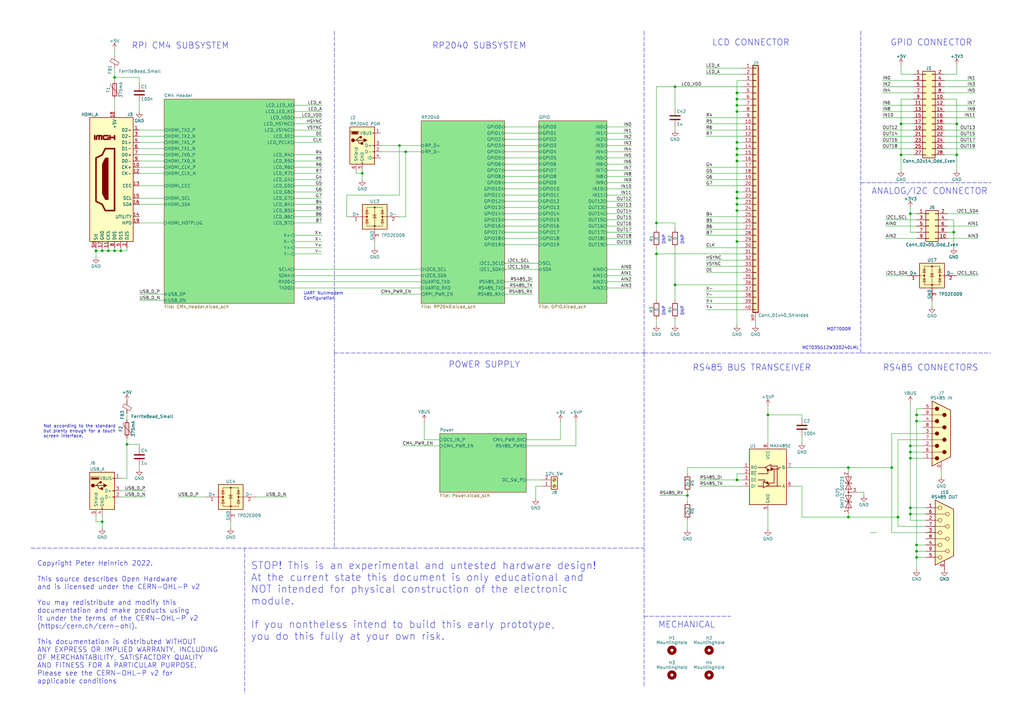
<source format=kicad_sch>
(kicad_sch (version 20211123) (generator eeschema)
  (paper "A3")
  (title_block (title "FlightSimController") (date "2022-12-05") (rev "A") (company "https://github.com/peterheinrich/FlightSimController") (comment 4 "License: CERN-OHL-P v2"))
  (junction (at 347.98 212.09))
  (junction (at 276.86 35.56))
  (junction (at 373.38 208.28))
  (junction (at 302.26 83.82))
  (junction (at 314.96 170.18))
  (junction (at 302.26 86.36))
  (junction (at 369.57 63.5))
  (junction (at 302.26 196.85))
  (junction (at 166.37 62.23))
  (junction (at 148.59 71.12))
  (junction (at 375.92 223.52))
  (junction (at 391.16 95.25))
  (junction (at 281.94 203.2))
  (junction (at 46.99 31.75))
  (junction (at 302.26 66.04))
  (junction (at 269.24 104.14))
  (junction (at 375.92 228.6))
  (junction (at 373.38 185.42))
  (junction (at 46.99 102.87))
  (junction (at 302.26 58.42))
  (junction (at 365.76 191.77))
  (junction (at 49.53 102.87))
  (junction (at 302.26 40.64))
  (junction (at 302.26 78.74))
  (junction (at 163.83 59.69))
  (junction (at 276.86 116.84))
  (junction (at 302.26 38.1))
  (junction (at 392.43 50.8))
  (junction (at 369.57 50.8))
  (junction (at 302.26 99.06))
  (junction (at 302.26 81.28))
  (junction (at 302.26 45.72))
  (junction (at 373.38 87.63))
  (junction (at 41.91 213.995))
  (junction (at 39.37 102.87))
  (junction (at 375.92 172.72))
  (junction (at 302.26 60.96))
  (junction (at 373.38 210.82))
  (junction (at 52.07 182.245))
  (junction (at 44.45 102.87))
  (junction (at 41.91 102.87))
  (junction (at 368.3 212.09))
  (junction (at 269.24 91.44))
  (junction (at 375.92 226.06))
  (junction (at 302.26 63.5))
  (junction (at 375.92 170.18))
  (junction (at 347.98 191.77))
  (junction (at 373.38 182.88))
  (junction (at 302.26 43.18))
  (junction (at 392.43 63.5))
  (junction (at 373.38 187.96))
  (wire (pts (xy 314.96 170.18) (xy 328.93 170.18)))
  (wire (pts (xy 248.92 72.39) (xy 259.08 72.39)))
  (wire (pts (xy 392.43 113.03) (xy 401.32 113.03)))
  (wire (pts (xy 373.38 187.96) (xy 373.38 185.42)))
  (wire (pts (xy 49.53 102.87) (xy 52.07 102.87)))
  (wire (pts (xy 375.92 228.6) (xy 379.73 228.6)))
  (wire (pts (xy 363.22 90.17) (xy 375.92 90.17)))
  (wire (pts (xy 57.15 123.19) (xy 67.31 123.19)))
  (wire (pts (xy 207.01 95.25) (xy 220.98 95.25)))
  (wire (pts (xy 156.21 59.69) (xy 163.83 59.69)))
  (wire (pts (xy 302.26 43.18) (xy 304.8 43.18)))
  (wire (pts (xy 156.21 62.23) (xy 166.37 62.23)))
  (wire (pts (xy 368.3 180.34) (xy 368.3 212.09)))
  (wire (pts (xy 248.92 110.49) (xy 259.08 110.49)))
  (wire (pts (xy 166.37 88.9) (xy 166.37 62.23)))
  (polyline (pts (xy 137.16 224.79) (xy 264.16 224.79)))
  (wire (pts (xy 146.05 71.12) (xy 146.05 69.85)))
  (wire (pts (xy 302.26 83.82) (xy 304.8 83.82)))
  (wire (pts (xy 120.65 71.12) (xy 132.08 71.12)))
  (wire (pts (xy 363.22 97.79) (xy 375.92 97.79)))
  (wire (pts (xy 166.37 62.23) (xy 172.72 62.23)))
  (wire (pts (xy 269.24 93.98) (xy 269.24 91.44)))
  (wire (pts (xy 375.92 170.18) (xy 375.92 172.72)))
  (wire (pts (xy 207.01 59.69) (xy 220.98 59.69)))
  (wire (pts (xy 289.56 53.34) (xy 304.8 53.34)))
  (wire (pts (xy 302.26 78.74) (xy 302.26 81.28)))
  (wire (pts (xy 120.65 76.2) (xy 132.08 76.2)))
  (wire (pts (xy 57.15 55.88) (xy 67.31 55.88)))
  (wire (pts (xy 39.37 102.87) (xy 39.37 105.41)))
  (wire (pts (xy 236.22 182.88) (xy 215.9 182.88)))
  (wire (pts (xy 207.01 72.39) (xy 220.98 72.39)))
  (wire (pts (xy 207.01 74.93) (xy 220.98 74.93)))
  (wire (pts (xy 314.96 209.55) (xy 314.96 217.17)))
  (wire (pts (xy 401.32 87.63) (xy 388.62 87.63)))
  (wire (pts (xy 287.02 199.39) (xy 304.8 199.39)))
  (wire (pts (xy 276.86 35.56) (xy 304.8 35.56)))
  (wire (pts (xy 248.92 92.71) (xy 259.08 92.71)))
  (wire (pts (xy 373.38 87.63) (xy 373.38 95.25)))
  (wire (pts (xy 289.56 96.52) (xy 304.8 96.52)))
  (wire (pts (xy 57.15 71.12) (xy 67.31 71.12)))
  (wire (pts (xy 302.26 33.02) (xy 302.26 38.1)))
  (wire (pts (xy 248.92 69.85) (xy 259.08 69.85)))
  (wire (pts (xy 356.87 218.44) (xy 359.41 218.44)))
  (wire (pts (xy 163.83 59.69) (xy 172.72 59.69)))
  (wire (pts (xy 248.92 82.55) (xy 259.08 82.55)))
  (wire (pts (xy 52.07 182.245) (xy 57.15 182.245)))
  (wire (pts (xy 207.01 62.23) (xy 220.98 62.23)))
  (wire (pts (xy 375.92 87.63) (xy 373.38 87.63)))
  (wire (pts (xy 347.98 191.77) (xy 347.98 193.04)))
  (wire (pts (xy 52.07 182.245) (xy 52.07 179.705)))
  (wire (pts (xy 388.62 95.25) (xy 391.16 95.25)))
  (wire (pts (xy 120.65 48.26) (xy 132.08 48.26)))
  (polyline (pts (xy 353.06 74.93) (xy 406.4 74.93)))
  (wire (pts (xy 387.35 50.8) (xy 392.43 50.8)))
  (wire (pts (xy 248.92 97.79) (xy 259.08 97.79)))
  (wire (pts (xy 392.43 30.48) (xy 387.35 30.48)))
  (wire (pts (xy 222.25 199.39) (xy 219.71 199.39)))
  (wire (pts (xy 289.56 55.88) (xy 304.8 55.88)))
  (wire (pts (xy 46.99 102.87) (xy 46.99 101.6)))
  (wire (pts (xy 391.16 90.17) (xy 391.16 95.25)))
  (wire (pts (xy 387.35 55.88) (xy 400.05 55.88)))
  (wire (pts (xy 207.01 54.61) (xy 220.98 54.61)))
  (wire (pts (xy 373.38 185.42) (xy 378.46 185.42)))
  (wire (pts (xy 378.46 177.8) (xy 365.76 177.8)))
  (wire (pts (xy 375.92 228.6) (xy 375.92 233.68)))
  (wire (pts (xy 270.51 203.2) (xy 281.94 203.2)))
  (wire (pts (xy 302.26 194.31) (xy 302.26 196.85)))
  (wire (pts (xy 269.24 104.14) (xy 269.24 123.19)))
  (wire (pts (xy 375.92 172.72) (xy 375.92 223.52)))
  (wire (pts (xy 46.99 33.02) (xy 46.99 31.75)))
  (wire (pts (xy 120.65 110.49) (xy 172.72 110.49)))
  (wire (pts (xy 120.65 73.66) (xy 132.08 73.66)))
  (wire (pts (xy 369.57 63.5) (xy 374.65 63.5)))
  (wire (pts (xy 104.775 203.835) (xy 117.475 203.835)))
  (wire (pts (xy 120.65 101.6) (xy 132.08 101.6)))
  (polyline (pts (xy 137.16 144.78) (xy 137.16 224.79)))
  (wire (pts (xy 248.92 67.31) (xy 259.08 67.31)))
  (wire (pts (xy 302.26 45.72) (xy 302.26 58.42)))
  (polyline (pts (xy 264.16 252.73) (xy 299.72 252.73)))
  (wire (pts (xy 361.95 43.18) (xy 374.65 43.18)))
  (wire (pts (xy 392.43 40.64) (xy 392.43 50.8)))
  (polyline (pts (xy 137.16 12.7) (xy 137.16 144.78)))
  (wire (pts (xy 59.69 201.295) (xy 49.53 201.295)))
  (wire (pts (xy 281.94 203.2) (xy 281.94 205.74)))
  (wire (pts (xy 57.15 66.04) (xy 67.31 66.04)))
  (wire (pts (xy 120.65 86.36) (xy 132.08 86.36)))
  (wire (pts (xy 374.65 48.26) (xy 361.95 48.26)))
  (wire (pts (xy 314.96 170.18) (xy 314.96 181.61)))
  (wire (pts (xy 373.38 182.88) (xy 373.38 185.42)))
  (wire (pts (xy 57.15 81.28) (xy 67.31 81.28)))
  (wire (pts (xy 373.38 210.82) (xy 379.73 210.82)))
  (wire (pts (xy 142.24 88.9) (xy 142.24 80.01)))
  (wire (pts (xy 387.35 53.34) (xy 400.05 53.34)))
  (wire (pts (xy 289.56 50.8) (xy 304.8 50.8)))
  (wire (pts (xy 276.86 35.56) (xy 276.86 44.45)))
  (wire (pts (xy 354.33 201.93) (xy 354.33 203.2)))
  (wire (pts (xy 248.92 87.63) (xy 259.08 87.63)))
  (wire (pts (xy 248.92 100.33) (xy 259.08 100.33)))
  (wire (pts (xy 302.26 60.96) (xy 302.26 63.5)))
  (wire (pts (xy 289.56 68.58) (xy 304.8 68.58)))
  (wire (pts (xy 373.38 208.28) (xy 379.73 208.28)))
  (wire (pts (xy 369.57 69.85) (xy 369.57 63.5)))
  (wire (pts (xy 44.45 102.87) (xy 44.45 101.6)))
  (wire (pts (xy 328.93 179.07) (xy 328.93 181.61)))
  (wire (pts (xy 276.86 130.81) (xy 276.86 133.35)))
  (wire (pts (xy 302.26 99.06) (xy 304.8 99.06)))
  (wire (pts (xy 391.16 95.25) (xy 391.16 101.6)))
  (wire (pts (xy 207.01 120.65) (xy 218.44 120.65)))
  (wire (pts (xy 289.56 121.92) (xy 304.8 121.92)))
  (wire (pts (xy 373.38 213.36) (xy 373.38 210.82)))
  (wire (pts (xy 289.56 119.38) (xy 304.8 119.38)))
  (polyline (pts (xy 264.16 144.78) (xy 264.16 281.94)))
  (wire (pts (xy 248.92 74.93) (xy 259.08 74.93)))
  (wire (pts (xy 120.65 118.11) (xy 172.72 118.11)))
  (wire (pts (xy 173.99 180.34) (xy 180.34 180.34)))
  (wire (pts (xy 374.65 30.48) (xy 369.57 30.48)))
  (wire (pts (xy 46.99 102.87) (xy 49.53 102.87)))
  (wire (pts (xy 276.86 116.84) (xy 276.86 123.19)))
  (wire (pts (xy 369.57 30.48) (xy 369.57 26.67)))
  (wire (pts (xy 248.92 62.23) (xy 259.08 62.23)))
  (polyline (pts (xy 100.33 224.79) (xy 100.33 284.48)))
  (wire (pts (xy 165.1 182.88) (xy 180.34 182.88)))
  (wire (pts (xy 207.01 87.63) (xy 220.98 87.63)))
  (wire (pts (xy 41.91 213.995) (xy 41.91 216.535)))
  (wire (pts (xy 302.26 60.96) (xy 304.8 60.96)))
  (wire (pts (xy 373.38 87.63) (xy 373.38 85.09)))
  (wire (pts (xy 120.65 55.88) (xy 132.08 55.88)))
  (wire (pts (xy 363.22 113.03) (xy 372.11 113.03)))
  (wire (pts (xy 207.01 97.79) (xy 220.98 97.79)))
  (wire (pts (xy 148.59 69.85) (xy 148.59 71.12)))
  (wire (pts (xy 289.56 27.94) (xy 304.8 27.94)))
  (wire (pts (xy 289.56 101.6) (xy 304.8 101.6)))
  (wire (pts (xy 207.01 77.47) (xy 220.98 77.47)))
  (wire (pts (xy 302.26 99.06) (xy 302.26 133.35)))
  (wire (pts (xy 52.07 196.215) (xy 52.07 182.245)))
  (wire (pts (xy 248.92 80.01) (xy 259.08 80.01)))
  (wire (pts (xy 46.99 20.32) (xy 46.99 22.86)))
  (wire (pts (xy 382.27 123.19) (xy 382.27 125.73)))
  (wire (pts (xy 375.92 226.06) (xy 379.73 226.06)))
  (polyline (pts (xy 353.06 12.7) (xy 353.06 144.78)))
  (wire (pts (xy 302.26 78.74) (xy 304.8 78.74)))
  (wire (pts (xy 392.43 69.85) (xy 392.43 63.5)))
  (wire (pts (xy 46.99 27.94) (xy 46.99 31.75)))
  (wire (pts (xy 120.65 96.52) (xy 132.08 96.52)))
  (wire (pts (xy 57.15 53.34) (xy 67.31 53.34)))
  (wire (pts (xy 328.93 212.09) (xy 347.98 212.09)))
  (wire (pts (xy 207.01 82.55) (xy 220.98 82.55)))
  (wire (pts (xy 248.92 118.11) (xy 259.08 118.11)))
  (wire (pts (xy 302.26 83.82) (xy 302.26 86.36)))
  (wire (pts (xy 207.01 110.49) (xy 220.98 110.49)))
  (wire (pts (xy 269.24 104.14) (xy 304.8 104.14)))
  (wire (pts (xy 392.43 26.67) (xy 392.43 30.48)))
  (wire (pts (xy 248.92 77.47) (xy 259.08 77.47)))
  (wire (pts (xy 120.65 63.5) (xy 132.08 63.5)))
  (wire (pts (xy 378.46 167.64) (xy 375.92 167.64)))
  (wire (pts (xy 41.91 102.87) (xy 41.91 101.6)))
  (wire (pts (xy 46.99 31.75) (xy 57.15 31.75)))
  (wire (pts (xy 302.26 63.5) (xy 304.8 63.5)))
  (wire (pts (xy 289.56 76.2) (xy 304.8 76.2)))
  (polyline (pts (xy 137.16 144.78) (xy 264.16 144.78)))
  (wire (pts (xy 269.24 91.44) (xy 276.86 91.44)))
  (wire (pts (xy 39.37 213.995) (xy 39.37 211.455)))
  (wire (pts (xy 289.56 48.26) (xy 304.8 48.26)))
  (wire (pts (xy 207.01 80.01) (xy 220.98 80.01)))
  (wire (pts (xy 373.38 208.28) (xy 373.38 187.96)))
  (wire (pts (xy 373.38 210.82) (xy 373.38 208.28)))
  (wire (pts (xy 207.01 64.77) (xy 220.98 64.77)))
  (wire (pts (xy 375.92 223.52) (xy 379.73 223.52)))
  (wire (pts (xy 387.35 48.26) (xy 400.05 48.26)))
  (wire (pts (xy 375.92 172.72) (xy 378.46 172.72)))
  (wire (pts (xy 49.53 102.87) (xy 49.53 101.6)))
  (wire (pts (xy 361.95 35.56) (xy 374.65 35.56)))
  (wire (pts (xy 120.65 91.44) (xy 132.08 91.44)))
  (wire (pts (xy 207.01 67.31) (xy 220.98 67.31)))
  (wire (pts (xy 373.38 165.1) (xy 373.38 182.88)))
  (wire (pts (xy 361.95 38.1) (xy 374.65 38.1)))
  (wire (pts (xy 302.26 66.04) (xy 304.8 66.04)))
  (wire (pts (xy 369.57 63.5) (xy 369.57 50.8)))
  (wire (pts (xy 375.92 167.64) (xy 375.92 170.18)))
  (wire (pts (xy 120.65 88.9) (xy 132.08 88.9)))
  (wire (pts (xy 302.26 196.85) (xy 304.8 196.85)))
  (wire (pts (xy 347.98 212.09) (xy 368.3 212.09)))
  (wire (pts (xy 276.86 52.07) (xy 276.86 53.34)))
  (wire (pts (xy 276.86 101.6) (xy 276.86 116.84)))
  (polyline (pts (xy 12.7 224.79) (xy 137.16 224.79)))
  (wire (pts (xy 57.15 63.5) (xy 67.31 63.5)))
  (wire (pts (xy 57.15 31.75) (xy 57.15 34.29)))
  (wire (pts (xy 163.83 88.9) (xy 166.37 88.9)))
  (wire (pts (xy 248.92 115.57) (xy 259.08 115.57)))
  (wire (pts (xy 120.65 68.58) (xy 132.08 68.58)))
  (wire (pts (xy 361.95 45.72) (xy 374.65 45.72)))
  (wire (pts (xy 46.99 40.64) (xy 46.99 45.72)))
  (wire (pts (xy 120.65 99.06) (xy 132.08 99.06)))
  (wire (pts (xy 401.32 92.71) (xy 388.62 92.71)))
  (wire (pts (xy 289.56 127) (xy 304.8 127)))
  (wire (pts (xy 302.26 63.5) (xy 302.26 66.04)))
  (wire (pts (xy 281.94 191.77) (xy 304.8 191.77)))
  (wire (pts (xy 373.38 182.88) (xy 378.46 182.88)))
  (wire (pts (xy 57.15 191.135) (xy 57.15 192.405)))
  (wire (pts (xy 392.43 63.5) (xy 387.35 63.5)))
  (wire (pts (xy 120.65 53.34) (xy 132.08 53.34)))
  (wire (pts (xy 375.92 223.52) (xy 375.92 226.06)))
  (wire (pts (xy 57.15 41.91) (xy 57.15 45.72)))
  (wire (pts (xy 314.96 166.37) (xy 314.96 170.18)))
  (wire (pts (xy 387.35 58.42) (xy 400.05 58.42)))
  (wire (pts (xy 365.76 191.77) (xy 365.76 218.44)))
  (wire (pts (xy 248.92 95.25) (xy 259.08 95.25)))
  (wire (pts (xy 302.26 81.28) (xy 302.26 83.82)))
  (wire (pts (xy 67.31 120.65) (xy 57.15 120.65)))
  (wire (pts (xy 207.01 100.33) (xy 220.98 100.33)))
  (wire (pts (xy 387.35 43.18) (xy 400.05 43.18)))
  (wire (pts (xy 386.08 193.04) (xy 386.08 195.58)))
  (wire (pts (xy 328.93 199.39) (xy 328.93 212.09)))
  (wire (pts (xy 304.8 33.02) (xy 302.26 33.02)))
  (wire (pts (xy 41.91 211.455) (xy 41.91 213.995)))
  (wire (pts (xy 361.95 33.02) (xy 374.65 33.02)))
  (wire (pts (xy 276.86 93.98) (xy 276.86 91.44)))
  (wire (pts (xy 248.92 57.15) (xy 259.08 57.15)))
  (wire (pts (xy 289.56 88.9) (xy 304.8 88.9)))
  (polyline (pts (xy 264.16 12.7) (xy 264.16 144.78)))
  (wire (pts (xy 392.43 50.8) (xy 392.43 63.5)))
  (wire (pts (xy 44.45 102.87) (xy 46.99 102.87)))
  (wire (pts (xy 57.15 58.42) (xy 67.31 58.42)))
  (wire (pts (xy 276.86 116.84) (xy 304.8 116.84)))
  (wire (pts (xy 41.91 213.995) (xy 39.37 213.995)))
  (wire (pts (xy 219.71 199.39) (xy 219.71 204.47)))
  (wire (pts (xy 269.24 91.44) (xy 269.24 35.56)))
  (wire (pts (xy 387.35 33.02) (xy 400.05 33.02)))
  (wire (pts (xy 215.9 180.34) (xy 229.87 180.34)))
  (wire (pts (xy 289.56 71.12) (xy 304.8 71.12)))
  (wire (pts (xy 120.65 83.82) (xy 132.08 83.82)))
  (wire (pts (xy 248.92 54.61) (xy 259.08 54.61)))
  (wire (pts (xy 236.22 172.72) (xy 236.22 182.88)))
  (wire (pts (xy 375.92 226.06) (xy 375.92 228.6)))
  (wire (pts (xy 302.26 45.72) (xy 304.8 45.72)))
  (wire (pts (xy 387.35 35.56) (xy 400.05 35.56)))
  (wire (pts (xy 379.73 215.9) (xy 368.3 215.9)))
  (wire (pts (xy 57.15 91.44) (xy 67.31 91.44)))
  (wire (pts (xy 207.01 107.95) (xy 220.98 107.95)))
  (wire (pts (xy 365.76 218.44) (xy 379.73 218.44)))
  (wire (pts (xy 120.65 45.72) (xy 132.08 45.72)))
  (wire (pts (xy 368.3 212.09) (xy 368.3 215.9)))
  (wire (pts (xy 207.01 69.85) (xy 220.98 69.85)))
  (wire (pts (xy 281.94 201.93) (xy 281.94 203.2)))
  (wire (pts (xy 302.26 86.36) (xy 304.8 86.36)))
  (wire (pts (xy 281.94 213.36) (xy 281.94 217.17)))
  (wire (pts (xy 148.59 71.12) (xy 146.05 71.12)))
  (wire (pts (xy 49.53 196.215) (xy 52.07 196.215)))
  (polyline (pts (xy 264.16 144.78) (xy 406.4 144.78)))
  (wire (pts (xy 73.025 203.835) (xy 84.455 203.835)))
  (wire (pts (xy 248.92 64.77) (xy 259.08 64.77)))
  (wire (pts (xy 302.26 38.1) (xy 304.8 38.1)))
  (wire (pts (xy 289.56 91.44) (xy 304.8 91.44)))
  (wire (pts (xy 120.65 43.18) (xy 132.08 43.18)))
  (wire (pts (xy 289.56 30.48) (xy 304.8 30.48)))
  (wire (pts (xy 120.65 81.28) (xy 132.08 81.28)))
  (wire (pts (xy 363.22 92.71) (xy 375.92 92.71)))
  (wire (pts (xy 369.57 50.8) (xy 369.57 40.64)))
  (wire (pts (xy 57.15 68.58) (xy 67.31 68.58)))
  (wire (pts (xy 120.65 66.04) (xy 132.08 66.04)))
  (wire (pts (xy 156.21 120.65) (xy 172.72 120.65)))
  (wire (pts (xy 351.79 201.93) (xy 354.33 201.93)))
  (wire (pts (xy 163.83 59.69) (xy 163.83 80.01)))
  (wire (pts (xy 302.26 38.1) (xy 302.26 40.64)))
  (wire (pts (xy 57.15 83.82) (xy 67.31 83.82)))
  (wire (pts (xy 369.57 50.8) (xy 374.65 50.8)))
  (wire (pts (xy 289.56 111.76) (xy 304.8 111.76)))
  (wire (pts (xy 289.56 93.98) (xy 304.8 93.98)))
  (wire (pts (xy 379.73 213.36) (xy 373.38 213.36)))
  (wire (pts (xy 302.26 66.04) (xy 302.26 78.74)))
  (wire (pts (xy 368.3 180.34) (xy 378.46 180.34)))
  (wire (pts (xy 374.65 55.88) (xy 361.95 55.88)))
  (wire (pts (xy 215.9 196.85) (xy 222.25 196.85)))
  (wire (pts (xy 269.24 101.6) (xy 269.24 104.14)))
  (wire (pts (xy 248.92 90.17) (xy 259.08 90.17)))
  (wire (pts (xy 57.15 76.2) (xy 67.31 76.2)))
  (wire (pts (xy 281.94 194.31) (xy 281.94 191.77)))
  (wire (pts (xy 173.99 172.72) (xy 173.99 180.34)))
  (wire (pts (xy 269.24 130.81) (xy 269.24 133.35)))
  (wire (pts (xy 373.38 187.96) (xy 378.46 187.96)))
  (wire (pts (xy 387.35 60.96) (xy 400.05 60.96)))
  (wire (pts (xy 387.35 45.72) (xy 400.05 45.72)))
  (wire (pts (xy 248.92 52.07) (xy 259.08 52.07)))
  (wire (pts (xy 302.26 40.64) (xy 304.8 40.64)))
  (wire (pts (xy 289.56 106.68) (xy 304.8 106.68)))
  (wire (pts (xy 289.56 109.22) (xy 304.8 109.22)))
  (wire (pts (xy 207.01 85.09) (xy 220.98 85.09)))
  (wire (pts (xy 387.35 40.64) (xy 392.43 40.64)))
  (wire (pts (xy 304.8 194.31) (xy 302.26 194.31)))
  (wire (pts (xy 287.02 196.85) (xy 302.26 196.85)))
  (wire (pts (xy 369.57 40.64) (xy 374.65 40.64)))
  (wire (pts (xy 148.59 71.12) (xy 148.59 73.66)))
  (wire (pts (xy 248.92 59.69) (xy 259.08 59.69)))
  (wire (pts (xy 374.65 58.42) (xy 361.95 58.42)))
  (wire (pts (xy 120.65 78.74) (xy 132.08 78.74)))
  (wire (pts (xy 387.35 38.1) (xy 400.05 38.1)))
  (wire (pts (xy 347.98 210.82) (xy 347.98 212.09)))
  (wire (pts (xy 153.67 99.06) (xy 153.67 101.6)))
  (wire (pts (xy 120.65 58.42) (xy 132.08 58.42)))
  (wire (pts (xy 120.65 115.57) (xy 172.72 115.57)))
  (wire (pts (xy 120.65 50.8) (xy 132.08 50.8)))
  (wire (pts (xy 289.56 73.66) (xy 304.8 73.66)))
  (wire (pts (xy 325.12 199.39) (xy 328.93 199.39)))
  (wire (pts (xy 365.76 177.8) (xy 365.76 191.77)))
  (wire (pts (xy 207.01 118.11) (xy 218.44 118.11)))
  (wire (pts (xy 207.01 90.17) (xy 220.98 90.17)))
  (wire (pts (xy 52.07 169.545) (xy 52.07 172.085)))
  (wire (pts (xy 142.24 80.01) (xy 163.83 80.01)))
  (wire (pts (xy 207.01 57.15) (xy 220.98 57.15)))
  (wire (pts (xy 120.65 113.03) (xy 172.72 113.03)))
  (wire (pts (xy 52.07 102.87) (xy 52.07 101.6)))
  (wire (pts (xy 302.26 43.18) (xy 302.26 45.72)))
  (wire (pts (xy 391.16 90.17) (xy 388.62 90.17)))
  (wire (pts (xy 207.01 52.07) (xy 220.98 52.07)))
  (wire (pts (xy 143.51 88.9) (xy 142.24 88.9)))
  (wire (pts (xy 347.98 191.77) (xy 365.76 191.77)))
  (wire (pts (xy 302.26 40.64) (xy 302.26 43.18)))
  (wire (pts (xy 39.37 101.6) (xy 39.37 102.87)))
  (wire (pts (xy 373.38 95.25) (xy 375.92 95.25)))
  (wire (pts (xy 248.92 113.03) (xy 259.08 113.03)))
  (wire (pts (xy 94.615 213.995) (xy 94.615 216.535)))
  (wire (pts (xy 49.53 203.835) (xy 59.69 203.835)))
  (wire (pts (xy 57.15 182.245) (xy 57.15 183.515)))
  (wire (pts (xy 57.15 60.96) (xy 67.31 60.96)))
  (wire (pts (xy 309.88 132.08) (xy 309.88 133.35)))
  (wire (pts (xy 289.56 124.46) (xy 304.8 124.46)))
  (wire (pts (xy 401.32 97.79) (xy 388.62 97.79)))
  (wire (pts (xy 302.26 58.42) (xy 304.8 58.42)))
  (wire (pts (xy 375.92 170.18) (xy 378.46 170.18)))
  (wire (pts (xy 269.24 35.56) (xy 276.86 35.56)))
  (wire (pts (xy 229.87 172.72) (xy 229.87 180.34)))
  (wire (pts (xy 302.26 81.28) (xy 304.8 81.28)))
  (wire (pts (xy 361.95 60.96) (xy 374.65 60.96)))
  (wire (pts (xy 361.95 53.34) (xy 374.65 53.34)))
  (wire (pts (xy 41.91 102.87) (xy 44.45 102.87)))
  (wire (pts (xy 207.01 92.71) (xy 220.98 92.71)))
  (wire (pts (xy 302.26 86.36) (xy 302.26 99.06)))
  (wire (pts (xy 207.01 115.57) (xy 218.44 115.57)))
  (wire (pts (xy 39.37 102.87) (xy 41.91 102.87)))
  (wire (pts (xy 302.26 58.42) (xy 302.26 60.96)))
  (wire (pts (xy 325.12 191.77) (xy 347.98 191.77)))
  (wire (pts (xy 120.65 104.14) (xy 132.08 104.14)))
  (wire (pts (xy 248.92 85.09) (xy 259.08 85.09)))
  (wire (pts (xy 328.93 171.45) (xy 328.93 170.18)))
  (text "UART Nullmodem\nConfiguration" (at 124.46 123.19 0) (effects (font (size 1.27 1.27)) (justify left bottom)))
  (text "DNP" (at 280.67 129.54 90) (effects (font (size 1.27 1.27)) (justify left bottom)))
  (text "DNP" (at 280.67 100.33 90) (effects (font (size 1.27 1.27)) (justify left bottom)))
  (text "RPI CM4 SUBSYSTEM" (at 93.98 20.32 180) (effects (font (size 2.54 2.54)) (justify right bottom)))
  (text "MCT035G12W320240LML" (at 328.93 143.51 0) (effects (font (size 1.27 1.27)) (justify left bottom)))
  (text "LCD CONNECTOR" (at 323.85 19.05 180) (effects (font (size 2.54 2.54)) (justify right bottom)))
  (text "GPIO CONNECTOR" (at 398.78 19.05 180) (effects (font (size 2.54 2.54)) (justify right bottom)))
  (text "POWER SUPPLY" (at 213.36 151.13 180) (effects (font (size 2.54 2.54)) (justify right bottom)))
  (text "DNP" (at 273.05 100.33 90) (effects (font (size 1.27 1.27)) (justify left bottom)))
  (text "Not according to the standard\nbut plenty enough for a touch\nscreen interface." (at 17.78 179.705 0) (effects (font (size 1.27 1.27)) (justify left bottom)))
  (text "Copyright Peter Heinrich 2022.\n\nThis source describes Open Hardware \nand is licensed under the CERN-OHL-P v2\n\nYou may redistribute and modify this\ndocumentation and make products using\nit under the terms of the CERN-OHL-P v2\n(https:/cern.ch/cern-ohl). \n\nThis documentation is distributed WITHOUT \nANY EXPRESS OR IMPLIED WARRANTY, INCLUDING \nOF MERCHANTABILITY, SATISFACTORY QUALITY \nAND FITNESS FOR A PARTICULAR PURPOSE. \nPlease see the CERN-OHL-P v2 for \napplicable conditions" (at 15.24 280.67 0) (effects (font (size 2 2)) (justify left bottom)))
  (text "RS485 CONNECTORS" (at 401.32 152.4 180) (effects (font (size 2.54 2.54)) (justify right bottom)))
  (text "MDT7000R" (at 339.09 135.89 0) (effects (font (size 1.27 1.27)) (justify left bottom)))
  (text "MECHANICAL" (at 293.37 257.81 180) (effects (font (size 2.54 2.54)) (justify right bottom)))
  (text "ANALOG/I2C CONNECTOR" (at 405.13 80.01 180) (effects (font (size 2.54 2.54)) (justify right bottom)))
  (text "RS485 BUS TRANSCEIVER" (at 332.74 152.4 180) (effects (font (size 2.54 2.54)) (justify right bottom)))
  (text "RP2040 SUBSYSTEM" (at 215.9 20.32 180) (effects (font (size 2.54 2.54)) (justify right bottom)))
  (text "DNP" (at 273.05 129.54 90) (effects (font (size 1.27 1.27)) (justify left bottom)))
  (text "STOP! This is an experimental and untested hardware design!\nAt the current state this document is only educational and\nNOT intended for physical construction of the electronic\nmodule.\n\nIf you nontheless intend to build this early prototype, \nyou do this fully at your own risk." (at 102.87 262.89 0) (effects (font (size 3 3)) (justify left bottom)))
  (label "CLK" (at 289.56 101.6 0))
  (label "R7" (at 289.56 55.88 0))
  (label "USB_D_P" (at 57.15 120.65 0))
  (label "IN10" (at 361.95 48.26 0))
  (label "IN5" (at 259.08 64.77 180))
  (label "DE" (at 132.08 55.88 180))
  (label "IN4" (at 259.08 62.23 180))
  (label "IN3" (at 259.08 59.69 180))
  (label "HSYNC" (at 289.56 106.68 0))
  (label "IN0" (at 361.95 33.02 0))
  (label "USB_D_N" (at 59.69 203.835 180))
  (label "DE" (at 289.56 111.76 0))
  (label "CM4_PWR_EN" (at 165.1 182.88 0))
  (label "OUT16" (at 259.08 92.71 180))
  (label "IN8" (at 259.08 72.39 180))
  (label "LED_A" (at 289.56 30.48 0))
  (label "AIN0" (at 259.08 110.49 180))
  (label "CM4_PWR_EN" (at 156.21 120.65 0))
  (label "B6" (at 132.08 88.9 180))
  (label "OUT17" (at 259.08 95.25 180))
  (label "IN2" (at 361.95 35.56 0))
  (label "IN7" (at 259.08 69.85 180))
  (label "X-" (at 132.08 99.06 180))
  (label "OUT15" (at 400.05 55.88 180))
  (label "G4" (at 132.08 73.66 180))
  (label "G5" (at 289.56 71.12 0))
  (label "AIN2" (at 363.22 97.79 0))
  (label "G5" (at 132.08 76.2 180))
  (label "USB_D_P" (at 59.69 201.295 180))
  (label "X+" (at 289.56 124.46 0))
  (label "IN5" (at 400.05 38.1 180))
  (label "USB_D_N" (at 117.475 203.835 180))
  (label "RS485_DI" (at 287.02 196.85 0))
  (label "OUT12" (at 361.95 53.34 0))
  (label "I2C1_SCL" (at 217.17 107.95 180))
  (label "AIN2" (at 259.08 115.57 180))
  (label "IN6" (at 259.08 67.31 180))
  (label "I2C1_SCL" (at 401.32 113.03 180))
  (label "RS485_RX" (at 270.51 203.2 0))
  (label "LED_K" (at 132.08 43.18 180))
  (label "G4" (at 289.56 68.58 0))
  (label "B5" (at 132.08 86.36 180))
  (label "OUT15" (at 259.08 90.17 180))
  (label "Y-" (at 132.08 104.14 180))
  (label "IN1" (at 259.08 54.61 180))
  (label "AIN0" (at 363.22 92.71 0))
  (label "AIN1" (at 401.32 92.71 180))
  (label "G7" (at 132.08 81.28 180))
  (label "OUT19" (at 400.05 60.96 180))
  (label "B5" (at 289.56 91.44 0))
  (label "IN6" (at 361.95 43.18 0))
  (label "B4" (at 132.08 83.82 180))
  (label "HSYNC" (at 132.08 50.8 180))
  (label "OUT18" (at 361.95 60.96 0))
  (label "IN9" (at 400.05 45.72 180))
  (label "IN11" (at 400.05 48.26 180))
  (label "IN9" (at 259.08 74.93 180))
  (label "RS485_DI" (at 218.44 115.57 180))
  (label "R4" (at 132.08 63.5 180))
  (label "I2C1_SCL" (at 363.22 90.17 0))
  (label "OUT18" (at 259.08 97.79 180))
  (label "OUT17" (at 400.05 58.42 180))
  (label "I2C1_SDA" (at 217.17 110.49 180))
  (label "B4" (at 289.56 88.9 0))
  (label "R7" (at 132.08 71.12 180))
  (label "X-" (at 289.56 119.38 0))
  (label "Y+" (at 132.08 101.6 180))
  (label "AIN1" (at 259.08 113.03 180))
  (label "OUT13" (at 259.08 85.09 180))
  (label "IN0" (at 259.08 52.07 180))
  (label "I2C1_SDA" (at 363.22 113.03 0))
  (label "B7" (at 132.08 91.44 180))
  (label "OUT12" (at 259.08 82.55 180))
  (label "LED_A" (at 132.08 45.72 180))
  (label "AIN3" (at 401.32 97.79 180))
  (label "IN10" (at 259.08 77.47 180))
  (label "IN2" (at 259.08 57.15 180))
  (label "IN4" (at 361.95 38.1 0))
  (label "I2C1_SDA" (at 401.32 87.63 180))
  (label "USB_D_N" (at 57.15 123.19 0))
  (label "OUT14" (at 361.95 55.88 0))
  (label "G6" (at 289.56 73.66 0))
  (label "RS485_RX" (at 218.44 120.65 180))
  (label "Y+" (at 289.56 127 0))
  (label "VSYNC" (at 289.56 109.22 0))
  (label "LCD_VDD" (at 279.4 35.56 0))
  (label "IN3" (at 400.05 35.56 180))
  (label "R6" (at 132.08 68.58 180))
  (label "IN7" (at 400.05 43.18 180))
  (label "IN8" (at 361.95 45.72 0))
  (label "RS485_TX" (at 218.44 118.11 180))
  (label "VSYNC" (at 132.08 53.34 180))
  (label "OUT13" (at 400.05 53.34 180))
  (label "R6" (at 289.56 53.34 0))
  (label "B6" (at 289.56 93.98 0))
  (label "B7" (at 289.56 96.52 0))
  (label "RS485_TX" (at 287.02 199.39 0))
  (label "IN1" (at 400.05 33.02 180))
  (label "OUT19" (at 259.08 100.33 180))
  (label "R5" (at 289.56 50.8 0))
  (label "G7" (at 289.56 76.2 0))
  (label "AIN3" (at 259.08 118.11 180))
  (label "LCD_VDD" (at 132.08 48.26 180))
  (label "R5" (at 132.08 66.04 180))
  (label "OUT14" (at 259.08 87.63 180))
  (label "G6" (at 132.08 78.74 180))
  (label "OUT16" (at 361.95 58.42 0))
  (label "R4" (at 289.56 48.26 0))
  (label "LED_K" (at 289.56 27.94 0))
  (label "CLK" (at 132.08 58.42 180))
  (label "USB_D_P" (at 73.025 203.835 0))
  (label "X+" (at 132.08 96.52 180))
  (label "IN11" (at 259.08 80.01 180))
  (label "Y-" (at 289.56 121.92 0))
  (symbol (lib_id "Device:R") (at 276.86 97.79 180) (unit 1)
    (property "Reference" "R2" (at 274.828 97.79 90))
    (property "Value" "0" (at 276.86 97.79 90))
    (property "Footprint" "Resistor_SMD:R_0603_1608Metric_Pad0.98x0.95mm_HandSolder" (effects hide))
    (property "MPN" "RC0603JR-070RL" (effects hide))
    (property "ON_FARNELL" "9233130" (effects hide))
  )
  (symbol (lib_id "power:+5V") (at 52.07 164.465 0) (unit 1)
    (property "Reference" "#PWR014" (effects hide))
    (property "Value" "+5V" (at 52.07 160.909 0))
  )
  (symbol (lib_id "power:+3V3") (at 392.43 26.67 0) (unit 1)
    (property "Reference" "#PWR03" (effects hide))
    (property "Value" "+3V3" (at 392.43 23.114 0))
  )
  (symbol (lib_id "power:GND") (at 94.615 216.535 0) (unit 1)
    (property "Reference" "#PWR0103" (effects hide))
    (property "Value" "GND" (at 94.615 220.345 0))
  )
  (symbol (lib_id "power:GND") (at 354.33 203.2 0) (unit 1)
    (property "Reference" "#PWR022" (effects hide))
    (property "Value" "GND" (at 354.33 207.01 0))
  )
  (symbol (lib_id "Device:R") (at 269.24 97.79 180) (unit 1)
    (property "Reference" "R1" (at 267.208 97.79 90))
    (property "Value" "0" (at 269.24 97.79 90))
    (property "Footprint" "Resistor_SMD:R_0603_1608Metric_Pad0.98x0.95mm_HandSolder" (effects hide))
    (property "MPN" "RC0603JR-070RL" (effects hide))
    (property "ON_FARNELL" "9233130" (effects hide))
  )
  (symbol (lib_id "power:+5V") (at 369.57 26.67 0) (unit 1)
    (property "Reference" "#PWR02" (effects hide))
    (property "Value" "+5V" (at 369.57 23.114 0))
  )
  (symbol (lib_id "power:GND") (at 153.67 101.6 0) (unit 1)
    (property "Reference" "#PWR0102" (effects hide))
    (property "Value" "GND" (at 153.67 105.41 0))
  )
  (symbol (lib_id "power:GND") (at 387.35 233.68 0) (unit 1)
    (property "Reference" "#PWR029" (effects hide))
    (property "Value" "GND" (at 387.35 237.49 0))
  )
  (symbol (lib_id "Connector:HDMI_A") (at 46.99 73.66 0) (mirror y) (unit 1)
    (property "Reference" "J3" (at 53.34 46.99 0))
    (property "Value" "HDMI_A" (at 36.83 46.99 0))
    (property "Footprint" "Connector_HDMI:HDMI_A_Molex_208658-1001_Horizontal" (effects hide))
    (property "MPN" "208658-1001" (effects hide))
    (property "ON_FARNELL" "3465045" (effects hide))
  )
  (symbol (lib_id "Interface_UART:MAX485E") (at 314.96 194.31 0) (unit 1)
    (property "Reference" "U1" (at 308.864 182.88 0))
    (property "Value" "MAX485E" (at 315.722 182.88 0) (effects (justify left)))
    (property "Footprint" "Package_SO:SOIC-8_3.9x4.9mm_P1.27mm" (effects hide))
    (property "MPN" "MAX485CSA+" (effects hide))
    (property "ON_FARNELL" "2519495" (effects hide))
  )
  (symbol (lib_id "power:GND") (at 269.24 133.35 0) (unit 1)
    (property "Reference" "#PWR010" (effects hide))
    (property "Value" "GND" (at 269.24 137.16 0))
  )
  (symbol (lib_id "power:GND") (at 39.37 105.41 0) (unit 1)
    (property "Reference" "#PWR0101" (effects hide))
    (property "Value" "GND" (at 39.37 109.22 0))
  )
  (symbol (lib_id "Connector:DB9_Male_MountingHoles") (at 386.08 177.8 0) (unit 1)
    (property "Reference" "J7" (at 386.08 161.29 0))
    (property "Value" "RS485 IN" (at 386.08 163.195 0))
    (property "Footprint" "Connector_Dsub:DSUB-9_Male_Vertical_P2.77x2.84mm_MountingHoles" (effects hide))
    (property "MPN" "L777TSEG09POL2RM8" (effects hide))
    (property "ON_FARNELL" "2401261" (effects hide))
  )
  (symbol (lib_id "power:GND") (at 148.59 73.66 0) (unit 1)
    (property "Reference" "#PWR05" (effects hide))
    (property "Value" "GND" (at 148.59 77.47 0))
  )
  (symbol (lib_id "Connector:Screw_Terminal_01x02") (at 227.33 199.39 0) (mirror x) (unit 1)
    (property "Reference" "J8" (at 227.33 201.93 0))
    (property "Value" "12V_SW" (at 227.33 194.31 0))
    (property "Footprint" "TerminalBlock:TerminalBlock_bornier-2_P5.08mm" (effects hide))
    (property "MPN" "PM5.08/2/90 BLK" (effects hide))
    (property "ON_FARNELL" "1131855" (effects hide))
  )
  (symbol (lib_id "Power_Protection:TPD2EUSB30") (at 153.67 88.9 0) (unit 1)
    (property "Reference" "U13" (at 153.67 82.55 0))
    (property "Value" "TPD2E009" (at 161.29 96.52 0))
    (property "Footprint" "Package_TO_SOT_SMD:SOT-23" (effects hide))
    (property "MPN" "TPD2E009DBZR" (effects hide))
    (property "ON_FARNELL" "3116498" (effects hide))
  )
  (symbol (lib_id "Device:C") (at 57.15 38.1 0) (unit 1)
    (property "Reference" "C1" (at 57.785 35.56 0) (effects (justify left)))
    (property "Value" "100n" (at 57.785 40.64 0) (effects (justify left)))
    (property "Footprint" "Capacitor_SMD:C_0603_1608Metric_Pad1.08x0.95mm_HandSolder" (effects hide))
    (property "MPN" "C0603C104K4RACTU" (effects hide))
    (property "ON_FARNELL" "1414610" (effects hide))
  )
  (symbol (lib_id "Connector:USB_A") (at 41.91 201.295 0) (unit 1)
    (property "Reference" "J6" (at 36.83 189.865 0) (effects (justify left)))
    (property "Value" "USB_A" (at 36.83 192.405 0) (effects (justify left)))
    (property "Footprint" "Connector_USB:USB_A_Molex_67643_Horizontal" (effects hide))
    (property "MPN" "67643-0910" (effects hide))
    (property "ON_FARNELL" "1450206" (effects hide))
  )
  (symbol (lib_id "power:GND") (at 382.27 125.73 0) (unit 1)
    (property "Reference" "#PWR0106" (effects hide))
    (property "Value" "GND" (at 382.27 129.54 0))
  )
  (symbol (lib_id "Device:R") (at 281.94 198.12 0) (unit 1)
    (property "Reference" "R5" (at 283.972 198.12 90))
    (property "Value" "3k3" (at 281.94 198.12 90))
    (property "Footprint" "Resistor_SMD:R_0603_1608Metric_Pad0.98x0.95mm_HandSolder" (effects hide))
    (property "MPN" "RC0603FR-073K3L" (effects hide))
    (property "ON_FARNELL" "9238549" (effects hide))
  )
  (symbol (lib_id "Connector_Generic:Conn_02x05_Odd_Even") (at 381 92.71 0) (unit 1)
    (property "Reference" "J5" (at 382.27 85.09 0))
    (property "Value" "Conn_02x05_Odd_Even" (at 382.27 100.33 0))
    (property "Footprint" "Connector_PinHeader_2.54mm:PinHeader_2x05_P2.54mm_Vertical" (effects hide))
    (property "MPN" "826925-5" (effects hide))
    (property "ON_FARNELL" "1248135" (effects hide))
  )
  (symbol (lib_id "Connector_Generic_Shielded:Conn_01x40_Shielded") (at 309.88 76.2 0) (unit 1)
    (property "Reference" "J4" (at 310.134 25.654 0))
    (property "Value" "Conn_01x40_Shielded" (at 310.896 129.286 0) (effects (justify left)))
    (property "Footprint" "4-1734839-0:TE_4-1734839-0_1x40-1MP_P0.5mm_Horizontal" (effects hide))
    (property "MPN" "4-1734839-0" (effects hide))
    (property "ON_FARNELL" "2528035" (effects hide))
  )
  (symbol (lib_id "power:GND") (at 369.57 69.85 0) (unit 1)
    (property "Reference" "#PWR06" (effects hide))
    (property "Value" "GND" (at 369.57 73.66 0))
  )
  (symbol (lib_id "Mechanical:MountingHole") (at 275.59 266.7 0) (unit 1)
    (property "Reference" "H1" (at 275.59 261.62 0))
    (property "Value" "MountingHole" (at 275.59 263.525 0))
    (property "Footprint" "MountingHole:MountingHole_3.2mm_M3_DIN965" (effects hide))
  )
  (symbol (lib_id "power:GND") (at 276.86 53.34 0) (unit 1)
    (property "Reference" "#PWR0112" (effects hide))
    (property "Value" "GND" (at 276.86 57.15 0))
  )
  (symbol (lib_id "power:GND") (at 276.86 133.35 0) (unit 1)
    (property "Reference" "#PWR011" (effects hide))
    (property "Value" "GND" (at 276.86 137.16 0))
  )
  (symbol (lib_id "power:GND") (at 386.08 195.58 0) (unit 1)
    (property "Reference" "#PWR023" (effects hide))
    (property "Value" "GND" (at 386.08 199.39 0))
  )
  (symbol (lib_id "Device:R") (at 269.24 127 180) (unit 1)
    (property "Reference" "R3" (at 267.208 127 90))
    (property "Value" "0" (at 269.24 127 90))
    (property "Footprint" "Resistor_SMD:R_0603_1608Metric_Pad0.98x0.95mm_HandSolder" (effects hide))
    (property "MPN" "RC0603JR-070RL" (effects hide))
    (property "ON_FARNELL" "9233130" (effects hide))
  )
  (symbol (lib_id "Mechanical:MountingHole") (at 290.83 276.86 0) (unit 1)
    (property "Reference" "H4" (at 290.83 271.78 0))
    (property "Value" "MountingHole" (at 290.83 273.685 0))
    (property "Footprint" "MountingHole:MountingHole_3.2mm_M3_DIN965" (effects hide))
  )
  (symbol (lib_id "Connector_Generic:Conn_02x14_Odd_Even") (at 379.73 45.72 0) (unit 1)
    (property "Reference" "J1" (at 381 27.94 0))
    (property "Value" "Conn_02x14_Odd_Even" (at 381 66.04 0))
    (property "Footprint" "Connector_PinHeader_2.54mm:PinHeader_2x14_P2.54mm_Vertical" (effects hide))
    (property "MPN" "68691-440HLF" (effects hide))
    (property "ON_FARNELL" "3881938" (effects hide))
  )
  (symbol (lib_id "power:VBUS") (at 173.99 172.72 0) (unit 1)
    (property "Reference" "#PWR017" (effects hide))
    (property "Value" "VBUS" (at 173.99 168.91 0))
  )
  (symbol (lib_id "power:GND") (at 392.43 69.85 0) (unit 1)
    (property "Reference" "#PWR07" (effects hide))
    (property "Value" "GND" (at 392.43 73.66 0))
  )
  (symbol (lib_id "Device:FerriteBead_Small") (at 52.07 167.005 180) (unit 1)
    (property "Reference" "FB3" (at 50.165 168.275 90) (effects (justify left)))
    (property "Value" "FerriteBead_Small" (at 71.12 170.815 0) (effects (justify left)))
    (property "Footprint" "Inductor_SMD:L_0805_2012Metric" (effects hide))
    (property "MPN" "BLM21PG221SN1D" (effects hide))
    (property "ON_FARNELL" "1515661" (effects hide))
  )
  (symbol (lib_id "power:GND") (at 281.94 217.17 0) (unit 1)
    (property "Reference" "#PWR025" (effects hide))
    (property "Value" "GND" (at 281.94 220.98 0))
  )
  (symbol (lib_id "Device:C") (at 276.86 48.26 0) (unit 1)
    (property "Reference" "C42" (at 277.495 45.72 0) (effects (justify left)))
    (property "Value" "1u" (at 277.495 50.8 0) (effects (justify left)))
    (property "Footprint" "Capacitor_SMD:C_0603_1608Metric_Pad1.08x0.95mm_HandSolder" (effects hide))
    (property "MPN" "CC0603KRX5R6BB105" (effects hide))
    (property "ON_FARNELL" "9402080" (effects hide))
  )
  (symbol (lib_id "Diode:SM712_SOT23") (at 347.98 201.93 90) (unit 1)
    (property "Reference" "D25" (at 343.535 201.93 0))
    (property "Value" "SM712_SOT23" (at 345.44 201.93 0))
    (property "Footprint" "Package_TO_SOT_SMD:SOT-23" (effects hide))
    (property "MPN" "SM712-02HTG" (effects hide))
    (property "ON_FARNELL" "2749175" (effects hide))
  )
  (symbol (lib_id "power:GND") (at 391.16 101.6 0) (unit 1)
    (property "Reference" "#PWR09" (effects hide))
    (property "Value" "GND" (at 391.16 105.41 0))
  )
  (symbol (lib_id "Power_Protection:TPD2EUSB30") (at 382.27 113.03 0) (unit 1)
    (property "Reference" "U17" (at 382.27 106.68 0))
    (property "Value" "TPD2E009" (at 389.89 120.65 0))
    (property "Footprint" "Package_TO_SOT_SMD:SOT-23" (effects hide))
    (property "MPN" "TPD2E009DBZR" (effects hide))
    (property "ON_FARNELL" "3116498" (effects hide))
  )
  (symbol (lib_id "Device:Polyfuse") (at 52.07 175.895 0) (unit 1)
    (property "Reference" "F2" (at 49.53 175.895 90))
    (property "Value" "375mA" (at 54.61 175.895 90))
    (property "Footprint" "Fuse:Fuse_1210_3225Metric_Pad1.42x2.65mm_HandSolder" (effects hide))
    (property "MPN" "MCCFB1206TFF/375" (effects hide))
    (property "ON_FARNELL" "2850019" (effects hide))
  )
  (symbol (lib_id "power:GND") (at 328.93 181.61 0) (unit 1)
    (property "Reference" "#PWR021" (effects hide))
    (property "Value" "GND" (at 328.93 185.42 0))
  )
  (symbol (lib_id "Device:C") (at 328.93 175.26 0) (unit 1)
    (property "Reference" "C2" (at 329.565 172.72 0) (effects (justify left)))
    (property "Value" "100n" (at 329.565 177.8 0) (effects (justify left)))
    (property "Footprint" "Capacitor_SMD:C_0603_1608Metric_Pad1.08x0.95mm_HandSolder" (effects hide))
    (property "MPN" "C0603C104K4RACTU" (effects hide))
    (property "ON_FARNELL" "1414610" (effects hide))
  )
  (symbol (lib_id "power:VBUS") (at 373.38 165.1 0) (unit 1)
    (property "Reference" "#PWR015" (effects hide))
    (property "Value" "VBUS" (at 373.38 161.29 0))
  )
  (symbol (lib_id "power:GND") (at 57.15 45.72 0) (unit 1)
    (property "Reference" "#PWR04" (effects hide))
    (property "Value" "GND" (at 57.15 49.53 0))
  )
  (symbol (lib_id "Mechanical:MountingHole") (at 275.59 276.86 0) (unit 1)
    (property "Reference" "H3" (at 275.59 271.78 0))
    (property "Value" "MountingHole" (at 275.59 273.685 0))
    (property "Footprint" "MountingHole:MountingHole_3.2mm_M3_DIN965" (effects hide))
  )
  (symbol (lib_id "Device:R") (at 276.86 127 180) (unit 1)
    (property "Reference" "R4" (at 274.828 127 90))
    (property "Value" "0" (at 276.86 127 90))
    (property "Footprint" "Resistor_SMD:R_0603_1608Metric_Pad0.98x0.95mm_HandSolder" (effects hide))
    (property "MPN" "RC0603JR-070RL" (effects hide))
    (property "ON_FARNELL" "9233130" (effects hide))
  )
  (symbol (lib_id "Device:Polyfuse") (at 46.99 36.83 0) (unit 1)
    (property "Reference" "F1" (at 44.45 36.83 90))
    (property "Value" "375mA" (at 49.53 36.83 90))
    (property "Footprint" "Fuse:Fuse_1210_3225Metric_Pad1.42x2.65mm_HandSolder" (effects hide))
    (property "MPN" "MCCFB1206TFF/375" (effects hide))
    (property "ON_FARNELL" "2850019" (effects hide))
  )
  (symbol (lib_id "Device:C") (at 57.15 187.325 0) (unit 1)
    (property "Reference" "C4" (at 57.785 184.785 0) (effects (justify left)))
    (property "Value" "1u" (at 57.785 189.865 0) (effects (justify left)))
    (property "Footprint" "Capacitor_SMD:C_0603_1608Metric_Pad1.08x0.95mm_HandSolder" (effects hide))
    (property "MPN" "CC0603KRX5R6BB105" (effects hide))
    (property "ON_FARNELL" "9402080" (effects hide))
  )
  (symbol (lib_id "power:+3V3") (at 373.38 85.09 0) (unit 1)
    (property "Reference" "#PWR08" (effects hide))
    (property "Value" "+3V3" (at 373.38 81.534 0))
  )
  (symbol (lib_id "power:GND") (at 41.91 216.535 0) (unit 1)
    (property "Reference" "#PWR020" (effects hide))
    (property "Value" "GND" (at 41.91 220.345 0))
  )
  (symbol (lib_id "power:+5V") (at 46.99 20.32 0) (unit 1)
    (property "Reference" "#PWR01" (effects hide))
    (property "Value" "+5V" (at 46.99 16.764 0))
  )
  (symbol (lib_id "power:GND") (at 375.92 233.68 0) (unit 1)
    (property "Reference" "#PWR028" (effects hide))
    (property "Value" "GND" (at 375.92 237.49 0))
  )
  (symbol (lib_id "Connector:USB_B_Micro") (at 148.59 59.69 0) (unit 1)
    (property "Reference" "J2" (at 143.51 48.26 0) (effects (justify left)))
    (property "Value" "RP2040 PGM" (at 143.51 50.8 0) (effects (justify left)))
    (property "Footprint" "Connector_USB:USB_Micro-B_Wuerth_614105150721_Vertical_CircularHoles" (effects hide))
    (property "MPN" "614105150721" (effects hide))
    (property "ON_FARNELL" "2470821" (effects hide))
  )
  (symbol (lib_id "power:GND") (at 314.96 217.17 0) (unit 1)
    (property "Reference" "#PWR026" (effects hide))
    (property "Value" "GND" (at 314.96 220.98 0))
  )
  (symbol (lib_id "power:GND") (at 302.26 133.35 0) (unit 1)
    (property "Reference" "#PWR012" (effects hide))
    (property "Value" "GND" (at 302.26 137.16 0))
  )
  (symbol (lib_id "power:+5V") (at 229.87 172.72 0) (unit 1)
    (property "Reference" "#PWR018" (effects hide))
    (property "Value" "+5V" (at 229.87 169.164 0))
  )
  (symbol (lib_id "Mechanical:MountingHole") (at 290.83 266.7 0) (unit 1)
    (property "Reference" "H2" (at 290.83 261.62 0))
    (property "Value" "MountingHole" (at 290.83 263.525 0))
    (property "Footprint" "MountingHole:MountingHole_3.2mm_M3_DIN965" (effects hide))
  )
  (symbol (lib_id "power:GND") (at 309.88 133.35 0) (unit 1)
    (property "Reference" "#PWR013" (effects hide))
    (property "Value" "GND" (at 309.88 137.16 0))
  )
  (symbol (lib_id "power:GND") (at 219.71 204.47 0) (unit 1)
    (property "Reference" "#PWR024" (effects hide))
    (property "Value" "GND" (at 219.71 208.28 0))
  )
  (symbol (lib_id "power:+5VP") (at 236.22 172.72 0) (unit 1)
    (property "Reference" "#PWR019" (effects hide))
    (property "Value" "+5VP" (at 236.22 169.164 0))
  )
  (symbol (lib_id "Connector:DB9_Female_MountingHoles") (at 387.35 218.44 0) (unit 1)
    (property "Reference" "J10" (at 387.35 201.93 0))
    (property "Value" "RS485 OUT" (at 387.35 203.835 0))
    (property "Footprint" "Connector_Dsub:DSUB-9_Female_Vertical_P2.77x2.84mm_MountingHoles" (effects hide))
    (property "MPN" "L77TSEH09SOL2RM8" (effects hide))
    (property "ON_FARNELL" "2401266" (effects hide))
  )
  (symbol (lib_id "power:+5VP") (at 314.96 166.37 0) (unit 1)
    (property "Reference" "#PWR016" (effects hide))
    (property "Value" "+5VP" (at 314.96 162.814 0))
  )
  (symbol (lib_id "Device:R") (at 281.94 209.55 0) (unit 1)
    (property "Reference" "R6" (at 283.972 209.55 90))
    (property "Value" "2k2" (at 281.94 209.55 90))
    (property "Footprint" "Resistor_SMD:R_0603_1608Metric_Pad0.98x0.95mm_HandSolder" (effects hide))
    (property "MPN" "RC0603FR-132K2L" (effects hide))
    (property "ON_FARNELL" "3951237" (effects hide))
  )
  (symbol (lib_id "power:GND") (at 57.15 192.405 0) (unit 1)
    (property "Reference" "#PWR0111" (effects hide))
    (property "Value" "GND" (at 57.15 196.215 0))
  )
  (symbol (lib_id "Power_Protection:TPD2EUSB30") (at 94.615 203.835 0) (unit 1)
    (property "Reference" "U14" (at 94.615 197.485 0))
    (property "Value" "TPD2E009" (at 102.235 211.455 0))
    (property "Footprint" "Package_TO_SOT_SMD:SOT-23" (effects hide))
    (property "MPN" "TPD2E009DBZR" (effects hide))
    (property "ON_FARNELL" "3116498" (effects hide))
  )
  (symbol (lib_id "Device:FerriteBead_Small") (at 46.99 25.4 180) (unit 1)
    (property "Reference" "FB1" (at 45.085 26.67 90) (effects (justify left)))
    (property "Value" "FerriteBead_Small" (at 66.04 29.21 0) (effects (justify left)))
    (property "Footprint" "Inductor_SMD:L_0805_2012Metric" (effects hide))
    (property "MPN" "BLM21PG221SN1D" (effects hide))
    (property "ON_FARNELL" "1515661" (effects hide))
  )
  (sheet (at 172.72 49.53) (size 34.29 74.93) (stroke (width 0.1524)) (fill (color 0 194 0 0.4392))
    (property "Sheet name" "RP2040" (at 172.72 48.8184 0) (effects (justify left bottom)))
    (property "Sheet file" "RP2040.kicad_sch" (at 172.72 125.0446 0) (effects (justify left top)))
    (pin "I2C0_SCL" input (at 172.72 110.49 180))
    (pin "I2C1_SDA" bidirectional (at 207.01 110.49 0))
    (pin "I2C1_SCL" output (at 207.01 107.95 0))
    (pin "UART0_TXD" output (at 172.72 115.57 180))
    (pin "I2C0_SDA" bidirectional (at 172.72 113.03 180))
    (pin "UART0_RXD" input (at 172.72 118.11 180))
    (pin "GPIO11" bidirectional (at 207.01 80.01 0))
    (pin "GPIO14" bidirectional (at 207.01 87.63 0))
    (pin "GPIO15" bidirectional (at 207.01 90.17 0))
    (pin "GPIO16" bidirectional (at 207.01 92.71 0))
    (pin "GPIO17" bidirectional (at 207.01 95.25 0))
    (pin "GPIO18" bidirectional (at 207.01 97.79 0))
    (pin "GPIO19" bidirectional (at 207.01 100.33 0))
    (pin "GPIO0" bidirectional (at 207.01 52.07 0))
    (pin "GPIO1" bidirectional (at 207.01 54.61 0))
    (pin "GPIO2" bidirectional (at 207.01 57.15 0))
    (pin "GPIO3" bidirectional (at 207.01 59.69 0))
    (pin "GPIO4" bidirectional (at 207.01 62.23 0))
    (pin "GPIO5" bidirectional (at 207.01 64.77 0))
    (pin "GPIO6" bidirectional (at 207.01 67.31 0))
    (pin "GPIO7" bidirectional (at 207.01 69.85 0))
    (pin "GPIO8" bidirectional (at 207.01 72.39 0))
    (pin "GPIO9" bidirectional (at 207.01 74.93 0))
    (pin "GPIO10" bidirectional (at 207.01 77.47 0))
    (pin "RS485_DI" output (at 207.01 115.57 0))
    (pin "RS485_TX" output (at 207.01 118.11 0))
    (pin "RS485_RX" input (at 207.01 120.65 0))
    (pin "RPI_PWR_EN" output (at 172.72 120.65 180))
    (pin "GPIO13" bidirectional (at 207.01 85.09 0))
    (pin "GPIO12" bidirectional (at 207.01 82.55 0))
    (pin "RP_D+" bidirectional (at 172.72 59.69 180))
    (pin "RP_D-" bidirectional (at 172.72 62.23 180))
  )
  (sheet (at 220.98 49.53) (size 27.94 74.93) (stroke (width 0.1524)) (fill (color 0 194 0 0.4392))
    (property "Sheet name" "GPIO" (at 220.98 48.8184 0) (effects (justify left bottom)))
    (property "Sheet file" "GPIO.kicad_sch" (at 220.98 125.0446 0) (effects (justify left top)))
    (pin "GPIO17" input (at 220.98 95.25 180))
    (pin "GPIO14" input (at 220.98 87.63 180))
    (pin "GPIO16" input (at 220.98 92.71 180))
    (pin "GPIO15" input (at 220.98 90.17 180))
    (pin "GPIO10" input (at 220.98 77.47 180))
    (pin "GPIO11" input (at 220.98 80.01 180))
    (pin "GPIO19" input (at 220.98 100.33 180))
    (pin "GPIO18" input (at 220.98 97.79 180))
    (pin "IN0" input (at 248.92 52.07 0))
    (pin "IN1" input (at 248.92 54.61 0))
    (pin "IN2" input (at 248.92 57.15 0))
    (pin "IN3" input (at 248.92 59.69 0))
    (pin "IN4" input (at 248.92 62.23 0))
    (pin "IN5" input (at 248.92 64.77 0))
    (pin "IN6" input (at 248.92 67.31 0))
    (pin "IN7" input (at 248.92 69.85 0))
    (pin "IN8" input (at 248.92 72.39 0))
    (pin "IN9" input (at 248.92 74.93 0))
    (pin "OUT14" output (at 248.92 87.63 0))
    (pin "OUT15" output (at 248.92 90.17 0))
    (pin "OUT16" output (at 248.92 92.71 0))
    (pin "OUT17" output (at 248.92 95.25 0))
    (pin "OUT18" output (at 248.92 97.79 0))
    (pin "OUT19" output (at 248.92 100.33 0))
    (pin "GPIO8" bidirectional (at 220.98 72.39 180))
    (pin "GPIO7" bidirectional (at 220.98 69.85 180))
    (pin "GPIO5" bidirectional (at 220.98 64.77 180))
    (pin "GPIO6" bidirectional (at 220.98 67.31 180))
    (pin "GPIO9" bidirectional (at 220.98 74.93 180))
    (pin "GPIO2" bidirectional (at 220.98 57.15 180))
    (pin "GPIO3" bidirectional (at 220.98 59.69 180))
    (pin "GPIO0" bidirectional (at 220.98 52.07 180))
    (pin "GPIO1" bidirectional (at 220.98 54.61 180))
    (pin "GPIO4" bidirectional (at 220.98 62.23 180))
    (pin "IN10" input (at 248.92 77.47 0))
    (pin "IN11" input (at 248.92 80.01 0))
    (pin "AIN0" input (at 248.92 110.49 0))
    (pin "AIN1" input (at 248.92 113.03 0))
    (pin "AIN2" input (at 248.92 115.57 0))
    (pin "AIN3" input (at 248.92 118.11 0))
    (pin "SDA" bidirectional (at 220.98 110.49 180))
    (pin "SCL" input (at 220.98 107.95 180))
    (pin "GPIO12" input (at 220.98 82.55 180))
    (pin "GPIO13" input (at 220.98 85.09 180))
    (pin "OUT12" output (at 248.92 82.55 0))
    (pin "OUT13" output (at 248.92 85.09 0))
  )
  (sheet (at 180.34 177.8) (size 35.56 24.13) (stroke (width 0.1524)) (fill (color 0 194 0 0.4392))
    (property "Sheet name" "Power" (at 180.34 177.0884 0) (effects (justify left bottom)))
    (property "Sheet file" "Power.kicad_sch" (at 180.34 202.5146 0) (effects (justify left top)))
    (pin "DC1_IN_P" input (at 180.34 180.34 180))
    (pin "DC_SW_P" output (at 215.9 196.85 0))
    (pin "CM4_PWR_EN" input (at 180.34 182.88 180))
    (pin "CM4_PWR_5V" output (at 215.9 180.34 0))
    (pin "RS485_PWR" output (at 215.9 182.88 0))
  )
  (sheet (at 67.31 40.64) (size 53.34 83.82) (stroke (width 0.1524)) (fill (color 0 194 0 0.4400))
    (property "Sheet name" "CM4 Header" (at 67.31 39.9284 0) (effects (justify left bottom)))
    (property "Sheet file" "CM4_Header.kicad_sch" (at 67.31 125.0446 0) (effects (justify left top)))
    (pin "LCD_HSYNC" output (at 120.65 50.8 0))
    (pin "LCD_G5" output (at 120.65 76.2 0))
    (pin "LCD_VSYNC" output (at 120.65 53.34 0))
    (pin "LCD_DE" output (at 120.65 55.88 0))
    (pin "LCD_PCLK" output (at 120.65 58.42 0))
    (pin "LCD_B6" output (at 120.65 88.9 0))
    (pin "LCD_G7" output (at 120.65 81.28 0))
    (pin "LCD_R6" output (at 120.65 68.58 0))
    (pin "LCD_R5" output (at 120.65 66.04 0))
    (pin "LCD_R7" output (at 120.65 71.12 0))
    (pin "LCD_B7" output (at 120.65 91.44 0))
    (pin "LCD_B5" output (at 120.65 86.36 0))
    (pin "LCD_G4" output (at 120.65 73.66 0))
    (pin "LCD_R4" output (at 120.65 63.5 0))
    (pin "HDMI_TX2_N" output (at 67.31 55.88 180))
    (pin "HDMI_TX2_P" output (at 67.31 53.34 180))
    (pin "HDMI_SCL" output (at 67.31 81.28 180))
    (pin "HDMI_CEC" output (at 67.31 76.2 180))
    (pin "HDMI_SDA" bidirectional (at 67.31 83.82 180))
    (pin "HDMI_CLK_N" output (at 67.31 71.12 180))
    (pin "HDMI_CLK_P" output (at 67.31 68.58 180))
    (pin "HDMI_TX0_N" output (at 67.31 66.04 180))
    (pin "HDMI_TX0_P" output (at 67.31 63.5 180))
    (pin "HDMI_TX1_N" output (at 67.31 60.96 180))
    (pin "HDMI_TX1_P" output (at 67.31 58.42 180))
    (pin "LCD_B4" output (at 120.65 83.82 0))
    (pin "RXD0" input (at 120.65 115.57 0))
    (pin "TXD0" output (at 120.65 118.11 0))
    (pin "LCD_G6" output (at 120.65 78.74 0))
    (pin "HDMI_HOTPLUG" input (at 67.31 91.44 180))
    (pin "USB_DN" bidirectional (at 67.31 123.19 180))
    (pin "USB_DP" bidirectional (at 67.31 120.65 180))
    (pin "SDA4" bidirectional (at 120.65 113.03 0))
    (pin "SCL4" output (at 120.65 110.49 0))
    (pin "Y-" input (at 120.65 104.14 0))
    (pin "X+" input (at 120.65 96.52 0))
    (pin "X-" input (at 120.65 99.06 0))
    (pin "Y+" input (at 120.65 101.6 0))
    (pin "LCD_VDD" output (at 120.65 48.26 0))
    (pin "LCD_LED_A" output (at 120.65 43.18 0))
    (pin "LCD_LED_K" output (at 120.65 45.72 0))
  )
)
</source>
